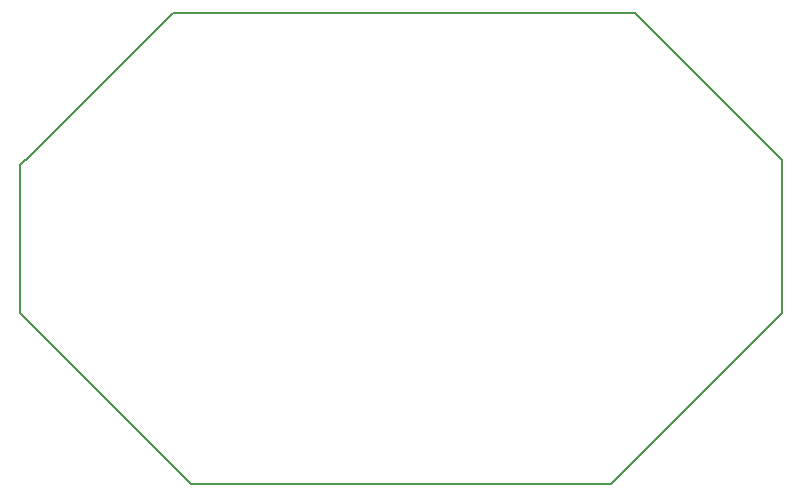
<source format=gbr>
G04 #@! TF.FileFunction,Profile,NP*
%FSLAX46Y46*%
G04 Gerber Fmt 4.6, Leading zero omitted, Abs format (unit mm)*
G04 Created by KiCad (PCBNEW 4.0.2-1.fc23-product) date Wed 18 May 2016 10:01:14 AM CDT*
%MOMM*%
G01*
G04 APERTURE LIST*
%ADD10C,0.100000*%
%ADD11C,0.150000*%
G04 APERTURE END LIST*
D10*
D11*
X163060000Y-76570000D02*
X161790000Y-76570000D01*
X175506000Y-89016000D02*
X163060000Y-76570000D01*
X123944000Y-76570000D02*
X162044000Y-76570000D01*
X111498000Y-89016000D02*
X123944000Y-76570000D01*
X175500000Y-102000000D02*
X161000000Y-116500000D01*
X111000000Y-102000000D02*
X125500000Y-116500000D01*
X111000000Y-89500000D02*
X111000000Y-102000000D01*
X111500000Y-89000000D02*
X111000000Y-89500000D01*
X161000000Y-116500000D02*
X125500000Y-116500000D01*
X175500000Y-89000000D02*
X175500000Y-102000000D01*
X153500000Y-116500000D02*
X159000000Y-116500000D01*
M02*

</source>
